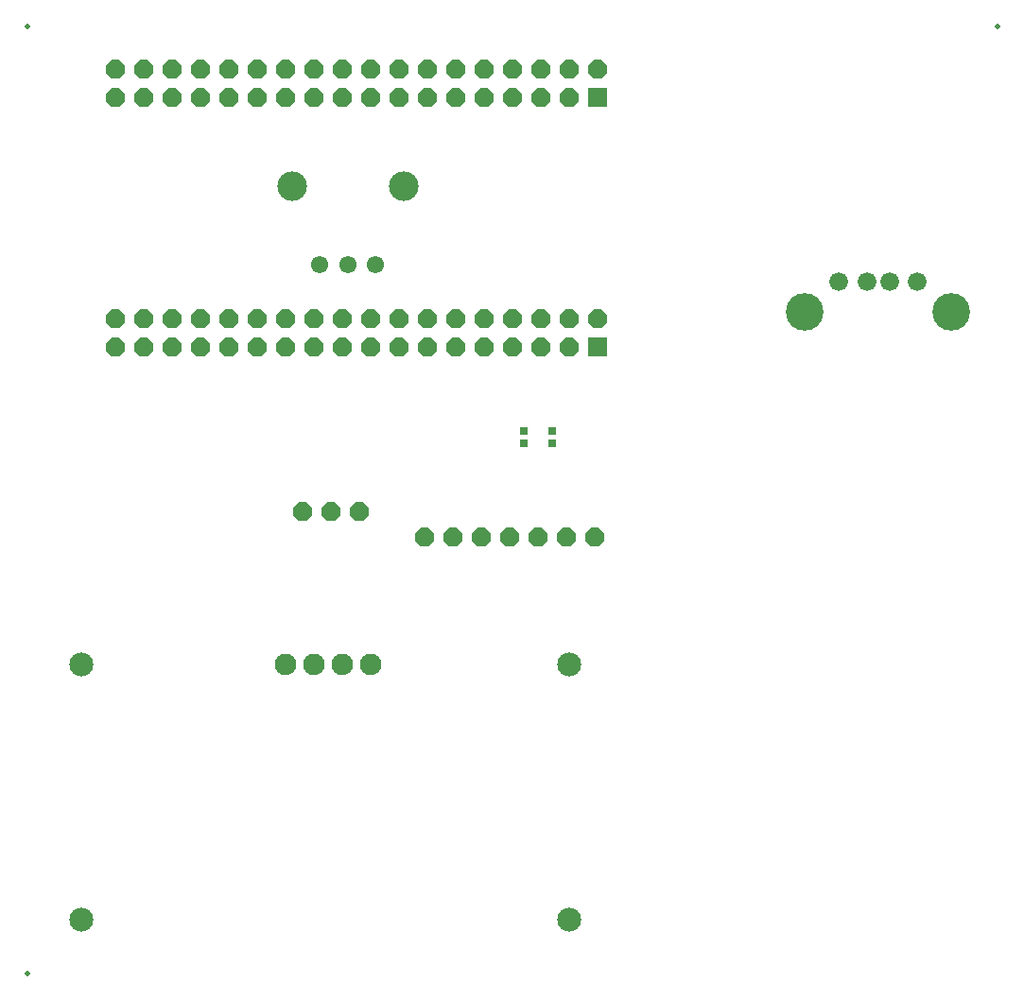
<source format=gbr>
G04 EAGLE Gerber RS-274X export*
G75*
%MOMM*%
%FSLAX34Y34*%
%LPD*%
%INSoldermask Bottom*%
%IPPOS*%
%AMOC8*
5,1,8,0,0,1.08239X$1,22.5*%
G01*
%ADD10C,0.502400*%
%ADD11R,1.676400X1.676400*%
%ADD12P,1.814519X8X202.500000*%
%ADD13C,2.152400*%
%ADD14C,1.930400*%
%ADD15P,1.814519X8X22.500000*%
%ADD16R,0.660400X0.762000*%
%ADD17C,1.676400*%
%ADD18C,3.372400*%
%ADD19C,1.552400*%
%ADD20C,2.652400*%


D10*
X25400Y27940D03*
X25400Y876300D03*
X894080Y876300D03*
D11*
X535940Y589280D03*
D12*
X510540Y589280D03*
X485140Y589280D03*
X459740Y589280D03*
X434340Y589280D03*
X408940Y589280D03*
X383540Y589280D03*
X358140Y589280D03*
X332740Y589280D03*
X307340Y589280D03*
X281940Y589280D03*
X256540Y589280D03*
X231140Y589280D03*
X205740Y589280D03*
X180340Y589280D03*
X154940Y589280D03*
X129540Y589280D03*
X104140Y589280D03*
D11*
X535940Y812800D03*
D12*
X510540Y812800D03*
X485140Y812800D03*
X459740Y812800D03*
X434340Y812800D03*
X408940Y812800D03*
X383540Y812800D03*
X358140Y812800D03*
X332740Y812800D03*
X307340Y812800D03*
X281940Y812800D03*
X256540Y812800D03*
X231140Y812800D03*
X205740Y812800D03*
X180340Y812800D03*
X154940Y812800D03*
X129540Y812800D03*
X104140Y812800D03*
X510540Y614680D03*
X485140Y614680D03*
X459740Y614680D03*
X434340Y614680D03*
X408940Y614680D03*
X383540Y614680D03*
X358140Y614680D03*
X332740Y614680D03*
X307340Y614680D03*
X281940Y614680D03*
X256540Y614680D03*
X231140Y614680D03*
X205740Y614680D03*
X180340Y614680D03*
X154940Y614680D03*
X129540Y614680D03*
X104140Y614680D03*
X510540Y838200D03*
X485140Y838200D03*
X459740Y838200D03*
X434340Y838200D03*
X408940Y838200D03*
X383540Y838200D03*
X358140Y838200D03*
X332740Y838200D03*
X307340Y838200D03*
X281940Y838200D03*
X256540Y838200D03*
X231140Y838200D03*
X205740Y838200D03*
X180340Y838200D03*
X154940Y838200D03*
X129540Y838200D03*
X104140Y838200D03*
X535940Y614680D03*
X535940Y838200D03*
D13*
X73660Y76200D03*
X510540Y76200D03*
X73660Y304800D03*
X510540Y304800D03*
D14*
X256540Y304800D03*
X281940Y304800D03*
X307340Y304800D03*
X332740Y304800D03*
D15*
X381000Y419100D03*
X406400Y419100D03*
X431800Y419100D03*
X457200Y419100D03*
X482600Y419100D03*
X508000Y419100D03*
X533400Y419100D03*
D16*
X469900Y502412D03*
X469900Y513588D03*
X495300Y502412D03*
X495300Y513588D03*
D17*
X777400Y647700D03*
X797400Y647700D03*
X752400Y647700D03*
X822400Y647700D03*
D18*
X721700Y620600D03*
X853100Y620600D03*
D19*
X287420Y662940D03*
X312420Y662940D03*
X337420Y662940D03*
D20*
X262420Y732940D03*
X362420Y732940D03*
D15*
X271780Y441960D03*
X297180Y441960D03*
X322580Y441960D03*
M02*

</source>
